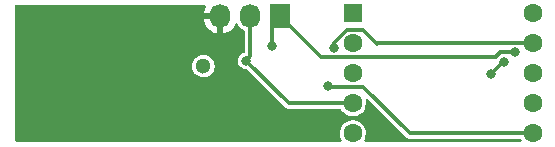
<source format=gbr>
%TF.GenerationSoftware,KiCad,Pcbnew,6.0.2+dfsg-1*%
%TF.CreationDate,2024-01-30T23:14:53-06:00*%
%TF.ProjectId,PCB,5043422e-6b69-4636-9164-5f7063625858,0.11*%
%TF.SameCoordinates,Original*%
%TF.FileFunction,Copper,L2,Bot*%
%TF.FilePolarity,Positive*%
%FSLAX46Y46*%
G04 Gerber Fmt 4.6, Leading zero omitted, Abs format (unit mm)*
G04 Created by KiCad (PCBNEW 6.0.2+dfsg-1) date 2024-01-30 23:14:53*
%MOMM*%
%LPD*%
G01*
G04 APERTURE LIST*
%TA.AperFunction,ComponentPad*%
%ADD10R,1.730000X2.030000*%
%TD*%
%TA.AperFunction,ComponentPad*%
%ADD11O,1.730000X2.030000*%
%TD*%
%TA.AperFunction,ComponentPad*%
%ADD12R,1.600000X1.600000*%
%TD*%
%TA.AperFunction,ComponentPad*%
%ADD13C,1.600000*%
%TD*%
%TA.AperFunction,ViaPad*%
%ADD14C,0.800000*%
%TD*%
%TA.AperFunction,ViaPad*%
%ADD15C,1.300000*%
%TD*%
%TA.AperFunction,Conductor*%
%ADD16C,0.300000*%
%TD*%
G04 APERTURE END LIST*
D10*
%TO.P,J1,1,Pin_1*%
%TO.N,G*%
X151500000Y-89092000D03*
D11*
%TO.P,J1,2,Pin_2*%
%TO.N,C*%
X148960000Y-89092000D03*
%TO.P,J1,3,Pin_3*%
%TO.N,GND*%
X146420000Y-89092000D03*
%TD*%
D12*
%TO.P,U3,1,E*%
%TO.N,E*%
X157640000Y-88870000D03*
D13*
%TO.P,U3,2,D*%
%TO.N,D*%
X157640000Y-91410000D03*
%TO.P,U3,3,CC*%
%TO.N,Net-(R2-Pad1)*%
X157640000Y-93950000D03*
%TO.P,U3,4,C*%
%TO.N,C*%
X157640000Y-96490000D03*
%TO.P,U3,5,DP*%
%TO.N,unconnected-(U3-Pad5)*%
X157640000Y-99030000D03*
%TO.P,U3,6,B*%
%TO.N,B*%
X172880000Y-99030000D03*
%TO.P,U3,7,A*%
%TO.N,A*%
X172880000Y-96490000D03*
%TO.P,U3,8,CC*%
%TO.N,Net-(R1-Pad1)*%
X172880000Y-93950000D03*
%TO.P,U3,9,F*%
%TO.N,F*%
X172880000Y-91410000D03*
%TO.P,U3,10,G*%
%TO.N,G*%
X172880000Y-88870000D03*
%TD*%
D14*
%TO.N,GND*%
X151480000Y-99250000D03*
X148330000Y-94650000D03*
X151480000Y-98100000D03*
D15*
%TO.N,/NRST*%
X144990000Y-93340000D03*
D14*
%TO.N,Net-(R1-Pad1)*%
X169335023Y-94004977D03*
X170404977Y-92955023D03*
%TO.N,F*%
X156020000Y-91784500D03*
%TO.N,G*%
X171344847Y-92159500D03*
X150830000Y-91670000D03*
%TO.N,B*%
X155545023Y-94985023D03*
%TO.N,C*%
X148590000Y-92880000D03*
%TD*%
D16*
%TO.N,Net-(R1-Pad1)*%
X170404977Y-92955023D02*
X170384977Y-92955023D01*
X170384977Y-92955023D02*
X169335023Y-94004977D01*
%TO.N,F*%
X159690000Y-91440000D02*
X159720000Y-91410000D01*
X157164345Y-90260000D02*
X158510000Y-90260000D01*
X156020000Y-91784500D02*
X156020000Y-91404345D01*
X156020000Y-91404345D02*
X157164345Y-90260000D01*
X158510000Y-90260000D02*
X159690000Y-91440000D01*
X159720000Y-91410000D02*
X172880000Y-91410000D01*
%TO.N,G*%
X169740519Y-92559511D02*
X170140530Y-92159500D01*
X170140530Y-92159500D02*
X171344847Y-92159500D01*
X150830000Y-91670000D02*
X150830000Y-89762000D01*
X154967511Y-92559511D02*
X169740519Y-92559511D01*
X150830000Y-89762000D02*
X151500000Y-89092000D01*
X151500000Y-89092000D02*
X154967511Y-92559511D01*
%TO.N,B*%
X155659511Y-95099511D02*
X158519511Y-95099511D01*
X155545023Y-94985023D02*
X155659511Y-95099511D01*
X158519511Y-95099511D02*
X162450000Y-99030000D01*
X162450000Y-99030000D02*
X172880000Y-99030000D01*
%TO.N,C*%
X148590000Y-92880000D02*
X152200000Y-96490000D01*
X152200000Y-96490000D02*
X157640000Y-96490000D01*
X148960000Y-92510000D02*
X148960000Y-89092000D01*
X148590000Y-92880000D02*
X148960000Y-92510000D01*
%TD*%
%TA.AperFunction,Conductor*%
%TO.N,GND*%
G36*
X145159607Y-88159685D02*
G01*
X145205362Y-88212489D01*
X145215306Y-88281647D01*
X145200332Y-88325343D01*
X145178998Y-88362820D01*
X145174615Y-88372308D01*
X145099156Y-88580192D01*
X145096431Y-88590293D01*
X145056872Y-88809059D01*
X145055953Y-88817160D01*
X145055536Y-88825995D01*
X145059404Y-88839169D01*
X145060774Y-88840356D01*
X145068332Y-88842000D01*
X146546000Y-88842000D01*
X146613039Y-88861685D01*
X146658794Y-88914489D01*
X146670000Y-88966000D01*
X146670000Y-90566469D01*
X146673910Y-90579786D01*
X146684352Y-90581288D01*
X146808519Y-90555235D01*
X146818553Y-90552225D01*
X147024238Y-90470995D01*
X147033609Y-90466343D01*
X147222670Y-90351619D01*
X147231127Y-90345452D01*
X147398154Y-90200514D01*
X147405451Y-90193009D01*
X147545671Y-90021999D01*
X147551596Y-90013378D01*
X147661002Y-89821180D01*
X147665385Y-89811692D01*
X147683191Y-89762639D01*
X147724569Y-89706339D01*
X147789815Y-89681347D01*
X147858216Y-89695597D01*
X147910962Y-89750104D01*
X147961991Y-89853581D01*
X148090154Y-90025213D01*
X148094324Y-90029068D01*
X148094327Y-90029071D01*
X148159323Y-90089152D01*
X148247449Y-90170615D01*
X148252258Y-90173649D01*
X148252259Y-90173650D01*
X148276507Y-90188949D01*
X148428607Y-90284917D01*
X148433888Y-90287024D01*
X148438952Y-90289604D01*
X148438104Y-90291269D01*
X148486425Y-90329181D01*
X148509500Y-90401223D01*
X148509500Y-92081132D01*
X148489815Y-92148171D01*
X148437011Y-92193926D01*
X148414448Y-92201706D01*
X148351296Y-92216868D01*
X148344032Y-92218612D01*
X148337399Y-92222035D01*
X148337395Y-92222037D01*
X148302285Y-92240159D01*
X148193369Y-92296375D01*
X148187737Y-92301288D01*
X148072497Y-92401818D01*
X148065604Y-92407831D01*
X147968113Y-92546547D01*
X147906524Y-92704513D01*
X147905548Y-92711923D01*
X147905548Y-92711925D01*
X147895600Y-92787488D01*
X147884394Y-92872611D01*
X147885214Y-92880039D01*
X147885214Y-92880041D01*
X147896453Y-92981840D01*
X147902999Y-93041135D01*
X147905565Y-93048147D01*
X147905566Y-93048151D01*
X147943445Y-93151658D01*
X147961266Y-93200356D01*
X147965433Y-93206558D01*
X147965435Y-93206561D01*
X147971250Y-93215214D01*
X148055830Y-93341083D01*
X148061360Y-93346115D01*
X148175702Y-93450159D01*
X148175706Y-93450162D01*
X148181233Y-93455191D01*
X148330235Y-93536092D01*
X148411266Y-93557350D01*
X148487005Y-93577220D01*
X148487007Y-93577220D01*
X148494233Y-93579116D01*
X148604313Y-93580845D01*
X148671034Y-93601580D01*
X148690046Y-93617149D01*
X151857333Y-96784436D01*
X151867031Y-96795349D01*
X151888128Y-96822110D01*
X151933440Y-96853427D01*
X151936400Y-96855473D01*
X151939568Y-96857737D01*
X151979356Y-96887125D01*
X151979364Y-96887129D01*
X151986817Y-96892634D01*
X151993631Y-96895027D01*
X151999569Y-96899131D01*
X152008408Y-96901926D01*
X152008407Y-96901926D01*
X152055548Y-96916835D01*
X152059243Y-96918068D01*
X152114631Y-96937519D01*
X152121733Y-96937798D01*
X152121989Y-96937847D01*
X152128730Y-96939980D01*
X152135337Y-96940500D01*
X152188068Y-96940500D01*
X152192937Y-96940596D01*
X152240727Y-96942474D01*
X152240728Y-96942474D01*
X152249994Y-96942838D01*
X152257078Y-96940960D01*
X152265438Y-96940500D01*
X156556406Y-96940500D01*
X156623445Y-96960185D01*
X156669016Y-97012586D01*
X156682856Y-97042607D01*
X156799588Y-97207780D01*
X156944466Y-97348913D01*
X157112637Y-97461282D01*
X157298470Y-97541122D01*
X157394502Y-97562852D01*
X157490193Y-97584505D01*
X157490195Y-97584505D01*
X157495740Y-97585760D01*
X157613135Y-97590372D01*
X157692161Y-97593477D01*
X157692163Y-97593477D01*
X157697842Y-97593700D01*
X157703462Y-97592885D01*
X157703465Y-97592885D01*
X157892387Y-97565493D01*
X157892389Y-97565493D01*
X157898007Y-97564678D01*
X157903384Y-97562853D01*
X157903387Y-97562852D01*
X157988090Y-97534099D01*
X158089531Y-97499664D01*
X158266001Y-97400837D01*
X158328433Y-97348913D01*
X158417138Y-97275137D01*
X158421505Y-97271505D01*
X158550837Y-97116001D01*
X158649664Y-96939531D01*
X158691995Y-96814830D01*
X158712852Y-96753387D01*
X158712853Y-96753384D01*
X158714678Y-96748007D01*
X158743700Y-96547842D01*
X158745215Y-96490000D01*
X158726708Y-96288591D01*
X158720259Y-96265725D01*
X158721008Y-96195860D01*
X158759411Y-96137491D01*
X158823274Y-96109149D01*
X158892322Y-96119833D01*
X158927285Y-96144388D01*
X162107333Y-99324436D01*
X162117031Y-99335349D01*
X162138128Y-99362110D01*
X162183440Y-99393427D01*
X162186400Y-99395473D01*
X162189568Y-99397737D01*
X162229356Y-99427125D01*
X162229364Y-99427129D01*
X162236817Y-99432634D01*
X162243631Y-99435027D01*
X162249569Y-99439131D01*
X162289634Y-99451802D01*
X162305522Y-99456827D01*
X162309212Y-99458058D01*
X162364631Y-99477520D01*
X162371733Y-99477799D01*
X162371995Y-99477851D01*
X162378730Y-99479980D01*
X162385337Y-99480500D01*
X162438059Y-99480500D01*
X162442926Y-99480596D01*
X162499994Y-99482838D01*
X162507075Y-99480960D01*
X162515438Y-99480500D01*
X171796406Y-99480500D01*
X171863445Y-99500185D01*
X171909014Y-99552583D01*
X171914316Y-99564083D01*
X171924509Y-99633205D01*
X171895713Y-99696865D01*
X171837071Y-99734851D01*
X171801708Y-99740000D01*
X158715360Y-99740000D01*
X158648321Y-99720315D01*
X158602566Y-99667511D01*
X158592622Y-99598353D01*
X158607170Y-99555412D01*
X158646884Y-99484496D01*
X158646886Y-99484492D01*
X158649664Y-99479531D01*
X158691995Y-99354830D01*
X158712852Y-99293387D01*
X158712853Y-99293384D01*
X158714678Y-99288007D01*
X158743700Y-99087842D01*
X158745215Y-99030000D01*
X158726708Y-98828591D01*
X158671807Y-98633926D01*
X158582351Y-98452527D01*
X158461335Y-98290467D01*
X158312812Y-98153174D01*
X158141757Y-98045246D01*
X157953898Y-97970298D01*
X157948317Y-97969188D01*
X157948314Y-97969187D01*
X157880373Y-97955673D01*
X157755526Y-97930839D01*
X157749839Y-97930765D01*
X157749834Y-97930764D01*
X157558975Y-97928266D01*
X157558970Y-97928266D01*
X157553286Y-97928192D01*
X157547682Y-97929155D01*
X157547681Y-97929155D01*
X157359546Y-97961482D01*
X157359543Y-97961483D01*
X157353949Y-97962444D01*
X157332660Y-97970298D01*
X157169521Y-98030483D01*
X157169517Y-98030485D01*
X157164193Y-98032449D01*
X157159310Y-98035354D01*
X157159308Y-98035355D01*
X157142683Y-98045246D01*
X156990371Y-98135862D01*
X156838305Y-98269220D01*
X156713089Y-98428057D01*
X156618914Y-98607053D01*
X156617229Y-98612479D01*
X156617228Y-98612482D01*
X156610570Y-98633926D01*
X156558937Y-98800213D01*
X156535164Y-99001069D01*
X156535535Y-99006731D01*
X156535535Y-99006735D01*
X156540851Y-99087842D01*
X156548392Y-99202894D01*
X156598178Y-99398928D01*
X156600552Y-99404076D01*
X156600557Y-99404092D01*
X156674317Y-99564086D01*
X156684508Y-99633208D01*
X156655711Y-99696867D01*
X156597068Y-99734851D01*
X156561708Y-99740000D01*
X129164000Y-99740000D01*
X129096961Y-99720315D01*
X129051206Y-99667511D01*
X129040000Y-99616000D01*
X129040000Y-93326665D01*
X144034994Y-93326665D01*
X144050592Y-93512414D01*
X144052261Y-93518234D01*
X144052261Y-93518235D01*
X144061829Y-93551601D01*
X144101971Y-93691595D01*
X144104743Y-93696989D01*
X144104744Y-93696991D01*
X144134174Y-93754254D01*
X144187176Y-93857385D01*
X144213462Y-93890550D01*
X144298299Y-93997588D01*
X144302959Y-94003468D01*
X144444912Y-94124279D01*
X144450210Y-94127240D01*
X144584670Y-94202387D01*
X144607627Y-94215217D01*
X144784907Y-94272819D01*
X144969998Y-94294890D01*
X144976041Y-94294425D01*
X144976043Y-94294425D01*
X145033482Y-94290005D01*
X145155851Y-94280589D01*
X145233235Y-94258983D01*
X145329547Y-94232093D01*
X145329551Y-94232091D01*
X145335387Y-94230462D01*
X145501768Y-94146417D01*
X145506547Y-94142683D01*
X145506552Y-94142680D01*
X145582171Y-94083599D01*
X145648655Y-94031656D01*
X145770454Y-93890550D01*
X145789295Y-93857385D01*
X145859530Y-93733748D01*
X145862526Y-93728474D01*
X145921364Y-93551601D01*
X145922966Y-93538925D01*
X145938251Y-93417926D01*
X145944727Y-93366668D01*
X145945099Y-93340000D01*
X145944384Y-93332711D01*
X145927501Y-93160523D01*
X145927501Y-93160521D01*
X145926909Y-93154487D01*
X145873033Y-92976040D01*
X145869100Y-92968642D01*
X145788371Y-92816814D01*
X145788371Y-92816813D01*
X145785522Y-92811456D01*
X145667710Y-92667005D01*
X145572398Y-92588155D01*
X145528760Y-92552054D01*
X145528757Y-92552052D01*
X145524085Y-92548187D01*
X145460303Y-92513700D01*
X145365447Y-92462411D01*
X145365443Y-92462409D01*
X145360116Y-92459529D01*
X145182049Y-92404409D01*
X144996668Y-92384924D01*
X144990635Y-92385473D01*
X144990631Y-92385473D01*
X144817074Y-92401268D01*
X144817073Y-92401268D01*
X144811032Y-92401818D01*
X144805213Y-92403531D01*
X144805211Y-92403531D01*
X144759836Y-92416886D01*
X144632214Y-92454448D01*
X144467023Y-92540807D01*
X144462295Y-92544608D01*
X144462294Y-92544609D01*
X144327973Y-92652606D01*
X144321752Y-92657608D01*
X144201935Y-92800401D01*
X144168531Y-92861162D01*
X144116931Y-92955023D01*
X144112135Y-92963746D01*
X144110303Y-92969521D01*
X144097222Y-93010759D01*
X144055772Y-93141424D01*
X144055096Y-93147452D01*
X144037340Y-93305752D01*
X144034994Y-93326665D01*
X129040000Y-93326665D01*
X129040000Y-89357937D01*
X145059902Y-89357937D01*
X145069206Y-89467586D01*
X145070970Y-89477903D01*
X145126526Y-89691953D01*
X145130005Y-89701832D01*
X145220829Y-89903452D01*
X145225926Y-89912610D01*
X145349427Y-90096052D01*
X145355980Y-90104202D01*
X145508628Y-90264220D01*
X145516468Y-90271156D01*
X145693896Y-90403166D01*
X145702784Y-90408677D01*
X145899911Y-90508902D01*
X145909620Y-90512844D01*
X146120803Y-90578418D01*
X146131039Y-90580669D01*
X146152326Y-90583490D01*
X146166268Y-90581329D01*
X146170000Y-90568353D01*
X146170000Y-89359830D01*
X146165596Y-89344831D01*
X146164226Y-89343644D01*
X146156668Y-89342000D01*
X145076380Y-89342000D01*
X145061932Y-89346242D01*
X145059902Y-89357937D01*
X129040000Y-89357937D01*
X129040000Y-88264000D01*
X129059685Y-88196961D01*
X129112489Y-88151206D01*
X129164000Y-88140000D01*
X145092568Y-88140000D01*
X145159607Y-88159685D01*
G37*
%TD.AperFunction*%
%TD*%
M02*

</source>
